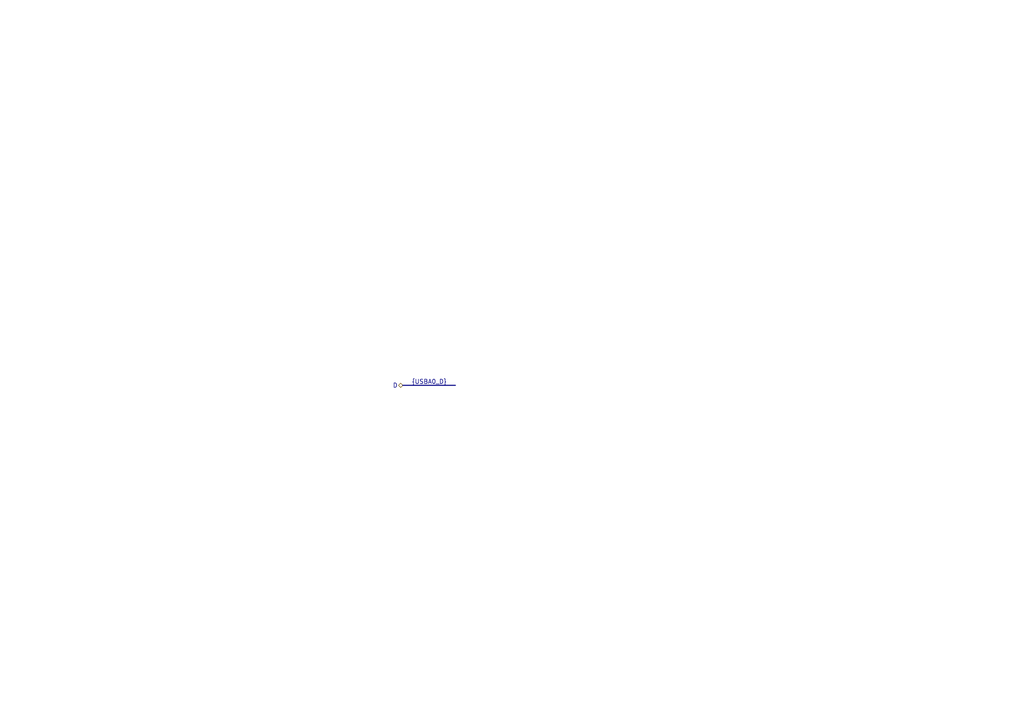
<source format=kicad_sch>
(kicad_sch
	(version 20250114)
	(generator "eeschema")
	(generator_version "9.0")
	(uuid "f134f291-fe65-413e-bafc-6f66d48b69dd")
	(paper "A4")
	(title_block
		(date "2026-01-09")
		(rev "1.0.0")
	)
	(lib_symbols)
	(bus
		(pts
			(xy 132.08 111.76) (xy 116.84 111.76)
		)
		(stroke
			(width 0)
			(type default)
		)
		(uuid "5ebda4db-8473-41e2-a275-59edc2af5255")
	)
	(label "{USBA0_D}"
		(at 119.38 111.76 0)
		(effects
			(font
				(size 1.27 1.27)
			)
			(justify left bottom)
		)
		(uuid "0cba08a8-17e7-4c19-9cd1-f8bd9308f84c")
	)
	(hierarchical_label "D"
		(shape bidirectional)
		(at 116.84 111.76 180)
		(effects
			(font
				(size 1.27 1.27)
			)
			(justify right)
		)
		(uuid "4aa40de6-4266-4644-adda-49c387016c7d")
	)
)

</source>
